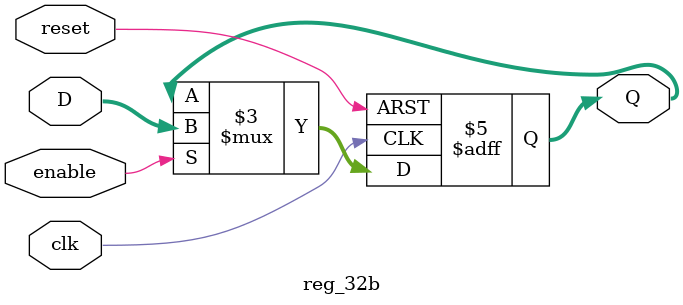
<source format=sv>
module reg_32b(
    input   logic        clk,
    input   logic        reset,
    input   logic        enable,
    input   logic [31:0] D,
    output  logic [31:0] Q
);

always_ff @(posedge clk, posedge reset) begin
    if (reset)
        Q <= 32'b0;
    else if (enable)
        Q <= D;
    else
        Q <= Q;
end

endmodule
</source>
